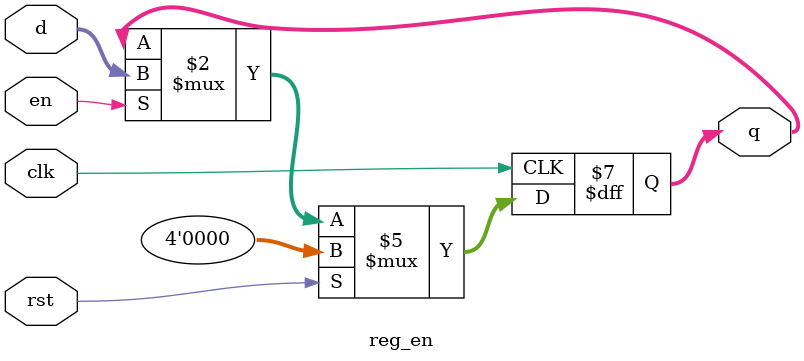
<source format=sv>
module reg_en (
  input  logic       clk,
  input  logic       rst,
  input  logic       en,
  input  logic [3:0] d,
  output logic [3:0] q
);
  always_ff @(posedge clk) begin
    if (rst)      q <= 4'd0;
    else if (en)  q <= d;
  end
endmodule

</source>
